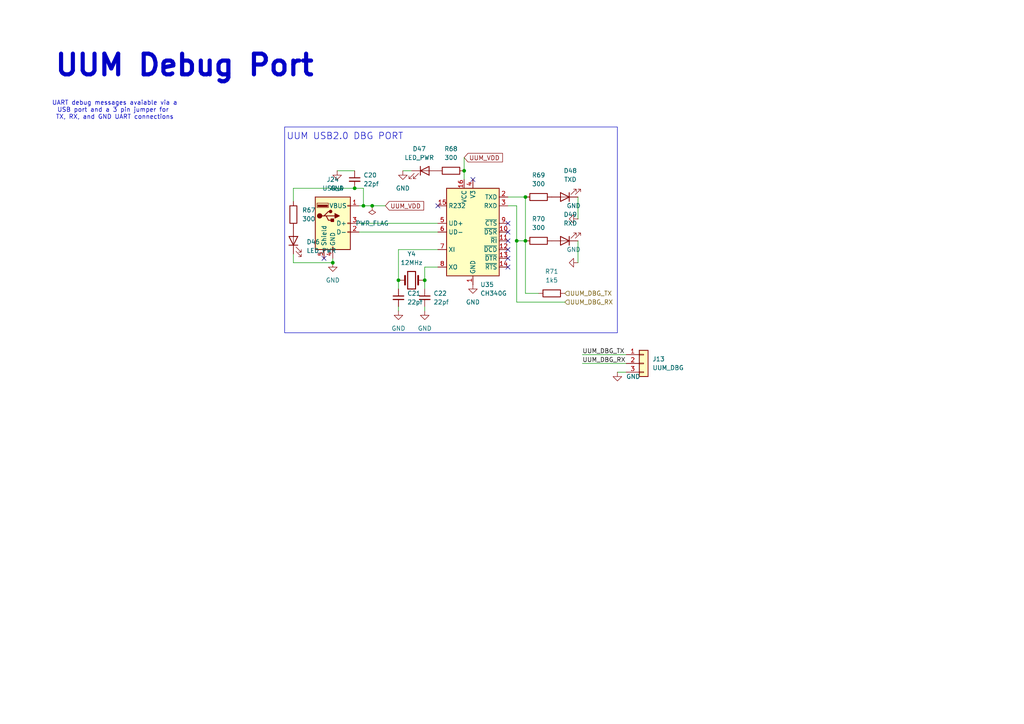
<source format=kicad_sch>
(kicad_sch (version 20250114) (generator "eeschema") (generator_version "9.0")
  (paper "A4")
  (title_block (date "2025-06") (rev "2"))
  (lib_symbols
    (symbol "Connector:USB_A" (pin_names (offset 1.016))
      (property "Reference" "J" (at -5.08 11.43 0))
      (property "Value" "USB_A" (at -5.08 8.89 0))
      (symbol "USB_A_0_1"
        (rectangle (start -5.08 -7.62) (end 5.08 7.62) (stroke (width 0.254)) (fill (type background)))
        (circle (center -3.81 2.159) (radius 0.635) (stroke (width 0.254)) (fill (type outline)))
        (polyline (pts (xy -3.175 2.159) (xy -2.54 2.159) (xy -1.27 3.429) (xy -0.635 3.429)) (stroke (width 0.254)))
        (polyline (pts (xy -2.54 2.159) (xy -1.905 2.159) (xy -1.27 0.889) (xy 0 0.889)) (stroke (width 0.254)))
        (rectangle (start -1.524 4.826) (end -4.318 5.334) (fill (type outline)))
        (rectangle (start -1.27 4.572) (end -4.572 5.842))
        (circle (center -0.635 3.429) (radius 0.381) (stroke (width 0.254)) (fill (type outline)))
        (rectangle (start -0.127 -7.62) (end 0.127 -6.858))
        (rectangle (start 0.254 1.27) (end -0.508 0.508) (stroke (width 0.254)) (fill (type outline)))
        (polyline (pts (xy 0.635 2.794) (xy 0.635 1.524) (xy 1.905 2.159) (xy 0.635 2.794)) (stroke (width 0.254)) (fill (type outline)))
        (rectangle (start 5.08 4.953) (end 4.318 5.207))
        (rectangle (start 5.08 -0.127) (end 4.318 0.127))
        (rectangle (start 5.08 -2.667) (end 4.318 -2.413))
      )
      (symbol "USB_A_1_1"
        (polyline (pts (xy -1.905 2.159) (xy 0.635 2.159)) (stroke (width 0.254)))
        (pin passive line (at -2.54 -10.16 90) (length 2.54) (name "Shield") (number "5"))
        (pin power_in line (at 0 -10.16 90) (length 2.54) (name "GND") (number "4"))
        (pin power_in line (at 7.62 5.08 180) (length 2.54) (name "VBUS") (number "1"))
        (pin bidirectional line (at 7.62 0 180) (length 2.54) (name "D+") (number "3"))
        (pin bidirectional line (at 7.62 -2.54 180) (length 2.54) (name "D-") (number "2"))
      )
    )
    (symbol "Connector_Generic:Conn_01x03" (pin_names (offset 1.016) (hide yes))
      (property "Reference" "J" (at 0 5.08 0))
      (property "Value" "Conn_01x03" (at 0 -5.08 0))
      (symbol "Conn_01x03_1_1"
        (rectangle (start -1.27 3.81) (end 1.27 -3.81) (stroke (width 0.254)) (fill (type background)))
        (rectangle (start -1.27 2.667) (end 0 2.413) (stroke (width 0.1524)))
        (rectangle (start -1.27 0.127) (end 0 -0.127) (stroke (width 0.1524)))
        (rectangle (start -1.27 -2.413) (end 0 -2.667) (stroke (width 0.1524)))
        (pin passive line (at -5.08 2.54 0) (length 3.81) (name "Pin_1") (number "1"))
        (pin passive line (at -5.08 0 0) (length 3.81) (name "Pin_2") (number "2"))
        (pin passive line (at -5.08 -2.54 0) (length 3.81) (name "Pin_3") (number "3"))
      )
    )
    (symbol "Device:C_Small" (pin_numbers (hide yes)) (pin_names (offset 0.254) (hide yes))
      (property "Reference" "C" (at 0.254 1.778 0))
      (property "Value" "C_Small" (at 0.254 -2.032 0))
      (symbol "C_Small_0_1"
        (polyline (pts (xy -1.524 0.508) (xy 1.524 0.508)) (stroke (width 0.3048)))
        (polyline (pts (xy -1.524 -0.508) (xy 1.524 -0.508)) (stroke (width 0.3302)))
      )
      (symbol "C_Small_1_1"
        (pin passive line (at 0 2.54 270) (length 2.032) (name "~") (number "1"))
        (pin passive line (at 0 -2.54 90) (length 2.032) (name "~") (number "2"))
      )
    )
    (symbol "Device:Crystal" (pin_numbers (hide yes)) (pin_names (offset 1.016) (hide yes))
      (property "Reference" "Y" (at 0 3.81 0))
      (property "Value" "Crystal" (at 0 -3.81 0))
      (symbol "Crystal_0_1"
        (polyline (pts (xy -2.54 0) (xy -1.905 0)))
        (polyline (pts (xy -1.905 -1.27) (xy -1.905 1.27)) (stroke (width 0.508)))
        (rectangle (start -1.143 2.54) (end 1.143 -2.54) (stroke (width 0.3048)))
        (polyline (pts (xy 1.905 -1.27) (xy 1.905 1.27)) (stroke (width 0.508)))
        (polyline (pts (xy 2.54 0) (xy 1.905 0)))
      )
      (symbol "Crystal_1_1"
        (pin passive line (at -3.81 0 0) (length 1.27) (name "1") (number "1"))
        (pin passive line (at 3.81 0 180) (length 1.27) (name "2") (number "2"))
      )
    )
    (symbol "Device:LED" (pin_numbers (hide yes)) (pin_names (offset 1.016) (hide yes))
      (property "Reference" "D" (at 0 2.54 0))
      (property "Value" "LED" (at 0 -2.54 0))
      (symbol "LED_0_1"
        (polyline (pts (xy -3.048 -0.762) (xy -4.572 -2.286) (xy -3.81 -2.286) (xy -4.572 -2.286) (xy -4.572 -1.524)))
        (polyline (pts (xy -1.778 -0.762) (xy -3.302 -2.286) (xy -2.54 -2.286) (xy -3.302 -2.286) (xy -3.302 -1.524)))
        (polyline (pts (xy -1.27 0) (xy 1.27 0)))
        (polyline (pts (xy -1.27 -1.27) (xy -1.27 1.27)) (stroke (width 0.254)))
        (polyline (pts (xy 1.27 -1.27) (xy 1.27 1.27) (xy -1.27 0) (xy 1.27 -1.27)) (stroke (width 0.254)))
      )
      (symbol "LED_1_1"
        (pin passive line (at -3.81 0 0) (length 2.54) (name "K") (number "1"))
        (pin passive line (at 3.81 0 180) (length 2.54) (name "A") (number "2"))
      )
    )
    (symbol "Device:R" (pin_numbers (hide yes)) (pin_names (offset 0))
      (property "Reference" "R" (at 2.032 0 90))
      (property "Value" "R" (at 0 0 90))
      (symbol "R_0_1"
        (rectangle (start -1.016 -2.54) (end 1.016 2.54) (stroke (width 0.254)))
      )
      (symbol "R_1_1"
        (pin passive line (at 0 3.81 270) (length 1.27) (name "~") (number "1"))
        (pin passive line (at 0 -3.81 90) (length 1.27) (name "~") (number "2"))
      )
    )
    (symbol "Interface_USB:CH340G"
      (property "Reference" "U" (at -5.08 13.97 0))
      (property "Value" "CH340G" (at 1.27 13.97 0))
      (symbol "CH340G_0_1"
        (rectangle (start -7.62 12.7) (end 7.62 -12.7) (stroke (width 0.254)) (fill (type background)))
      )
      (symbol "CH340G_1_1"
        (pin input line (at -10.16 7.62 0) (length 2.54) (name "R232") (number "15"))
        (pin bidirectional line (at -10.16 2.54 0) (length 2.54) (name "UD+") (number "5"))
        (pin bidirectional line (at -10.16 0 0) (length 2.54) (name "UD-") (number "6"))
        (pin input line (at -10.16 -5.08 0) (length 2.54) (name "XI") (number "7"))
        (pin output line (at -10.16 -10.16 0) (length 2.54) (name "XO") (number "8"))
        (pin power_in line (at -2.54 15.24 270) (length 2.54) (name "VCC") (number "16"))
        (pin power_out line (at 0 15.24 270) (length 2.54) (name "V3") (number "4"))
        (pin power_in line (at 0 -15.24 90) (length 2.54) (name "GND") (number "1"))
        (pin output line (at 10.16 10.16 180) (length 2.54) (name "TXD") (number "2"))
        (pin input line (at 10.16 7.62 180) (length 2.54) (name "RXD") (number "3"))
        (pin input line (at 10.16 2.54 180) (length 2.54) (name "~{CTS}") (number "9"))
        (pin input line (at 10.16 0 180) (length 2.54) (name "~{DSR}") (number "10"))
        (pin input line (at 10.16 -2.54 180) (length 2.54) (name "~{RI}") (number "11"))
        (pin input line (at 10.16 -5.08 180) (length 2.54) (name "~{DCD}") (number "12"))
        (pin output line (at 10.16 -7.62 180) (length 2.54) (name "~{DTR}") (number "13"))
        (pin output line (at 10.16 -10.16 180) (length 2.54) (name "~{RTS}") (number "14"))
      )
    )
    (symbol "power:GND" (power) (pin_numbers (hide yes)) (pin_names (offset 0) (hide yes))
      (property "Value" "GND" (at 0 -3.81 0))
      (symbol "GND_0_1"
        (polyline (pts (xy 0 0) (xy 0 -1.27) (xy 1.27 -1.27) (xy 0 -2.54) (xy -1.27 -1.27) (xy 0 -1.27)))
      )
      (symbol "GND_1_1"
        (pin power_in line (at 0 0 270) (length 0) (name "~") (number "1"))
      )
    )
    (symbol "power:PWR_FLAG" (power) (pin_numbers (hide yes)) (pin_names (offset 0) (hide yes))
      (property "Value" "PWR_FLAG" (at 0 3.81 0))
      (symbol "PWR_FLAG_0_0"
        (pin power_out line (at 0 0 90) (length 0) (name "~") (number "1"))
      )
      (symbol "PWR_FLAG_0_1"
        (polyline (pts (xy 0 0) (xy 0 1.27) (xy -1.016 1.905) (xy 0 2.54) (xy 1.016 1.905) (xy 0 1.27)))
      )
    )
  )
  (rectangle (start 82.55 36.83) (end 179.07 96.52))
  (text "UUM Debug Port" (at 15.494 22.606 0) (effects (font (size 5.9944 5.9944) (thickness 1.1989) (bold yes)) (justify left bottom)))
  (text "UART debug messages avaiable via a\nUSB port and a 3 pin jumper for \nTX, RX, and GND UART connections" (at 33.274 32.004 0) (effects (font (size 1.27 1.27))))
  (text "UUM USB2.0 DBG PORT" (at 100.076 39.624 0) (effects (font (size 1.905 1.905))))
  (junction (at 96.52 76.2))
  (junction (at 152.4 69.85))
  (junction (at 134.62 49.53))
  (junction (at 105.41 59.69))
  (junction (at 115.57 81.28))
  (junction (at 123.19 81.28))
  (junction (at 107.95 59.69))
  (junction (at 149.86 69.85))
  (junction (at 102.87 54.61))
  (junction (at 152.4 57.15))
  (no_connect (at 137.16 52.07))
  (no_connect (at 147.32 69.85))
  (no_connect (at 147.32 67.31))
  (no_connect (at 147.32 74.93))
  (no_connect (at 147.32 64.77))
  (no_connect (at 147.32 77.47))
  (no_connect (at 147.32 72.39))
  (no_connect (at 93.98 74.93))
  (no_connect (at 127 59.69))
  (wire (pts (xy 152.4 69.85) (xy 152.4 85.09)))
  (wire (pts (xy 115.57 88.9) (xy 115.57 90.17)))
  (wire (pts (xy 96.52 76.2) (xy 96.52 74.93)))
  (wire (pts (xy 168.91 105.41) (xy 181.61 105.41)))
  (wire (pts (xy 97.79 49.53) (xy 102.87 49.53)))
  (wire (pts (xy 123.19 77.47) (xy 123.19 81.28)))
  (wire (pts (xy 102.87 54.61) (xy 85.09 54.61)))
  (wire (pts (xy 147.32 57.15) (xy 152.4 57.15)))
  (wire (pts (xy 105.41 54.61) (xy 105.41 59.69)))
  (wire (pts (xy 149.86 87.63) (xy 163.83 87.63)))
  (wire (pts (xy 167.64 57.15) (xy 167.64 63.5)))
  (wire (pts (xy 134.62 45.72) (xy 134.62 49.53)))
  (wire (pts (xy 123.19 88.9) (xy 123.19 90.17)))
  (wire (pts (xy 152.4 85.09) (xy 156.21 85.09)))
  (wire (pts (xy 123.19 81.28) (xy 123.19 83.82)))
  (wire (pts (xy 115.57 72.39) (xy 127 72.39)))
  (wire (pts (xy 85.09 76.2) (xy 85.09 73.66)))
  (wire (pts (xy 149.86 59.69) (xy 149.86 69.85)))
  (wire (pts (xy 168.91 102.87) (xy 181.61 102.87)))
  (wire (pts (xy 96.52 76.2) (xy 85.09 76.2)))
  (wire (pts (xy 179.07 107.95) (xy 181.61 107.95)))
  (wire (pts (xy 115.57 72.39) (xy 115.57 81.28)))
  (wire (pts (xy 149.86 69.85) (xy 149.86 87.63)))
  (wire (pts (xy 85.09 54.61) (xy 85.09 58.42)))
  (wire (pts (xy 152.4 57.15) (xy 152.4 69.85)))
  (wire (pts (xy 105.41 59.69) (xy 107.95 59.69)))
  (wire (pts (xy 115.57 81.28) (xy 115.57 83.82)))
  (wire (pts (xy 105.41 59.69) (xy 104.14 59.69)))
  (wire (pts (xy 167.64 69.85) (xy 167.64 76.2)))
  (wire (pts (xy 149.86 69.85) (xy 152.4 69.85)))
  (wire (pts (xy 147.32 59.69) (xy 149.86 59.69)))
  (wire (pts (xy 123.19 77.47) (xy 127 77.47)))
  (wire (pts (xy 134.62 49.53) (xy 134.62 52.07)))
  (wire (pts (xy 116.84 49.53) (xy 119.38 49.53)))
  (wire (pts (xy 107.95 59.69) (xy 111.76 59.69)))
  (wire (pts (xy 104.14 64.77) (xy 127 64.77)))
  (wire (pts (xy 104.14 67.31) (xy 127 67.31)))
  (wire (pts (xy 105.41 54.61) (xy 102.87 54.61)))
  (label "UUM_DBG_TX" (at 168.91 102.87 0))
  (label "UUM_DBG_RX" (at 168.91 105.41 0))
  (global_label "UUM_VDD" (shape input) (at 134.62 45.72 0) (property "Intersheetrefs" "${INTERSHEET_REFS}" (effects (hide yes))))
  (global_label "UUM_VDD" (shape input) (at 111.76 59.69 0) (property "Intersheetrefs" "${INTERSHEET_REFS}" (effects (hide yes))))
  (hierarchical_label "UUM_DBG_TX" (shape input) (at 163.83 85.09 0))
  (hierarchical_label "UUM_DBG_RX" (shape input) (at 163.83 87.63 0))
  (symbol (lib_id "Device:C_Small") (at 115.57 86.36 0) (unit 1)
    (property "Reference" "C21" (at 118.11 85.0962 0) (effects (justify left)))
    (property "Value" "22pf" (at 118.11 87.6362 0) (effects (justify left)))
    (property "Footprint" "Capacitor_SMD:C_0805_2012Metric" (effects (hide yes)))
    (property "Description" "Unpolarized capacitor, small symbol" (effects (hide yes)))
  )
  (symbol (lib_id "Connector:USB_A") (at 96.52 64.77 0) (unit 1)
    (property "Reference" "J24" (at 96.52 52.07 0))
    (property "Value" "USB_A" (at 96.52 54.61 0))
    (property "Footprint" "Connector_USB:USB_A_CNCTech_1001-011-01101_Horizontal" (effects (hide yes)))
    (property "Description" "USB Type A connector" (effects (hide yes)))
  )
  (symbol (lib_id "Device:LED") (at 163.83 69.85 180) (unit 1)
    (property "Reference" "D49" (at 165.4175 62.23 0))
    (property "Value" "RXD" (at 165.4175 64.77 0))
    (property "Footprint" "LED_SMD:LED_0603_1608Metric" (effects (hide yes)))
    (property "Description" "Light emitting diode" (effects (hide yes)))
    (property "Sim.Pins" "1=K 2=A" (effects (hide yes)))
  )
  (symbol (lib_id "power:GND") (at 97.79 49.53 0) (unit 1)
    (property "Reference" "#PWR0104" (effects (hide yes)))
    (property "Value" "GND" (at 97.79 54.61 0))
    (property "Description" "Power symbol creates a global label with name \"GND\" , ground" (effects (hide yes)))
  )
  (symbol (lib_id "Device:R") (at 156.21 57.15 90) (unit 1)
    (property "Reference" "R69" (at 156.21 50.8 90))
    (property "Value" "300" (at 156.21 53.34 90))
    (property "Footprint" "Resistor_SMD:R_0805_2012Metric_Pad1.20x1.40mm_HandSolder" (effects (hide yes)))
    (property "Description" "Resistor" (effects (hide yes)))
    (property "DigiKey_Part_Number" "311-10.0KCRCT-ND" (effects (hide yes)))
    (property "Price" "0.0129" (effects (hide yes)))
  )
  (symbol (lib_id "Device:LED") (at 123.19 49.53 0) (unit 1)
    (property "Reference" "D47" (at 121.6025 43.18 0))
    (property "Value" "LED_PWR" (at 121.6025 45.72 0))
    (property "Footprint" "LED_SMD:LED_0603_1608Metric" (effects (hide yes)))
    (property "Description" "Light emitting diode" (effects (hide yes)))
    (property "Sim.Pins" "1=K 2=A" (effects (hide yes)))
  )
  (symbol (lib_id "Device:C_Small") (at 102.87 52.07 0) (unit 1)
    (property "Reference" "C20" (at 105.41 50.8062 0) (effects (justify left)))
    (property "Value" "22pf" (at 105.41 53.3462 0) (effects (justify left)))
    (property "Footprint" "Capacitor_SMD:C_0805_2012Metric" (effects (hide yes)))
    (property "Description" "Unpolarized capacitor, small symbol" (effects (hide yes)))
  )
  (symbol (lib_id "Interface_USB:CH340G") (at 137.16 67.31 0) (unit 1)
    (property "Reference" "U35" (at 139.3033 82.55 0) (effects (justify left)))
    (property "Value" "CH340G" (at 139.3033 85.09 0) (effects (justify left)))
    (property "Footprint" "Package_SO:SOIC-16_3.9x9.9mm_P1.27mm" (effects (hide yes)))
    (property "Datasheet" "http://www.datasheet5.com/pdf-local-2195953" (effects (hide yes)))
    (property "Description" "USB serial converter, UART, SOIC-16" (effects (hide yes)))
  )
  (symbol (lib_id "Device:R") (at 160.02 85.09 90) (unit 1)
    (property "Reference" "R71" (at 160.02 78.74 90))
    (property "Value" "1k5" (at 160.02 81.28 90))
    (property "Footprint" "Resistor_SMD:R_0805_2012Metric_Pad1.20x1.40mm_HandSolder" (effects (hide yes)))
    (property "Description" "Resistor" (effects (hide yes)))
    (property "DigiKey_Part_Number" "311-10.0KCRCT-ND" (effects (hide yes)))
    (property "Price" "0.0129" (effects (hide yes)))
  )
  (symbol (lib_id "power:GND") (at 179.07 107.95 0) (unit 1)
    (property "Reference" "#PWR071" (effects (hide yes)))
    (property "Value" "GND" (at 181.61 109.2199 0) (effects (justify left)))
    (property "Description" "Power symbol creates a global label with name \"GND\" , ground" (effects (hide yes)))
  )
  (symbol (lib_id "power:GND") (at 123.19 90.17 0) (mirror y) (unit 1)
    (property "Reference" "#PWR0165" (effects (hide yes)))
    (property "Value" "GND" (at 123.19 95.25 0))
    (property "Description" "Power symbol creates a global label with name \"GND\" , ground" (effects (hide yes)))
  )
  (symbol (lib_id "Connector_Generic:Conn_01x03") (at 186.69 105.41 0) (unit 1)
    (property "Reference" "J13" (at 189.23 104.1399 0) (effects (justify left)))
    (property "Value" "UUM_DBG" (at 189.23 106.6799 0) (effects (justify left)))
    (property "Footprint" "Connector_PinHeader_1.00mm:PinHeader_1x03_P1.00mm_Horizontal" (effects (hide yes)))
    (property "Description" "Generic connector, single row, 01x03, script generated (kicad-library-utils/schlib/autogen/connector/)" (effects (hide yes)))
  )
  (symbol (lib_id "Device:LED") (at 85.09 69.85 90) (unit 1)
    (property "Reference" "D46" (at 88.9 70.1674 90) (effects (justify right)))
    (property "Value" "LED_PWR" (at 88.9 72.7074 90) (effects (justify right)))
    (property "Footprint" "LED_SMD:LED_0603_1608Metric" (effects (hide yes)))
    (property "Description" "Light emitting diode" (effects (hide yes)))
    (property "Sim.Pins" "1=K 2=A" (effects (hide yes)))
  )
  (symbol (lib_id "power:GND") (at 115.57 90.17 0) (mirror y) (unit 1)
    (property "Reference" "#PWR0163" (effects (hide yes)))
    (property "Value" "GND" (at 115.57 95.25 0))
    (property "Description" "Power symbol creates a global label with name \"GND\" , ground" (effects (hide yes)))
  )
  (symbol (lib_id "power:PWR_FLAG") (at 107.95 59.69 180) (unit 1)
    (property "Reference" "#FLG06" (effects (hide yes)))
    (property "Value" "PWR_FLAG" (at 107.95 64.77 0))
    (property "Description" "Special symbol for telling ERC where power comes from" (effects (hide yes)))
  )
  (symbol (lib_id "power:GND") (at 116.84 49.53 0) (mirror y) (unit 1)
    (property "Reference" "#PWR0164" (effects (hide yes)))
    (property "Value" "GND" (at 116.84 54.61 0))
    (property "Description" "Power symbol creates a global label with name \"GND\" , ground" (effects (hide yes)))
  )
  (symbol (lib_id "power:GND") (at 137.16 82.55 0) (mirror y) (unit 1)
    (property "Reference" "#PWR0166" (effects (hide yes)))
    (property "Value" "GND" (at 137.16 87.63 0))
    (property "Description" "Power symbol creates a global label with name \"GND\" , ground" (effects (hide yes)))
  )
  (symbol (lib_id "Device:C_Small") (at 123.19 86.36 0) (unit 1)
    (property "Reference" "C22" (at 125.73 85.0962 0) (effects (justify left)))
    (property "Value" "22pf" (at 125.73 87.6362 0) (effects (justify left)))
    (property "Footprint" "Capacitor_SMD:C_0805_2012Metric" (effects (hide yes)))
    (property "Description" "Unpolarized capacitor, small symbol" (effects (hide yes)))
  )
  (symbol (lib_id "Device:R") (at 156.21 69.85 90) (unit 1)
    (property "Reference" "R70" (at 156.21 63.5 90))
    (property "Value" "300" (at 156.21 66.04 90))
    (property "Footprint" "Resistor_SMD:R_0805_2012Metric_Pad1.20x1.40mm_HandSolder" (effects (hide yes)))
    (property "Description" "Resistor" (effects (hide yes)))
    (property "DigiKey_Part_Number" "311-10.0KCRCT-ND" (effects (hide yes)))
    (property "Price" "0.0129" (effects (hide yes)))
  )
  (symbol (lib_id "Device:LED") (at 163.83 57.15 180) (unit 1)
    (property "Reference" "D48" (at 165.4175 49.53 0))
    (property "Value" "TXD" (at 165.4175 52.07 0))
    (property "Footprint" "LED_SMD:LED_0603_1608Metric" (effects (hide yes)))
    (property "Description" "Light emitting diode" (effects (hide yes)))
    (property "Sim.Pins" "1=K 2=A" (effects (hide yes)))
  )
  (symbol (lib_id "Device:Crystal") (at 119.38 81.28 0) (unit 1)
    (property "Reference" "Y4" (at 119.38 73.66 0))
    (property "Value" "12MHz" (at 119.38 76.2 0))
    (property "Footprint" "Crystal:Crystal_C26-LF_D2.1mm_L6.5mm_Horizontal" (effects (hide yes)))
    (property "Description" "Two pin crystal" (effects (hide yes)))
  )
  (symbol (lib_id "power:GND") (at 167.64 63.5 270) (mirror x) (unit 1)
    (property "Reference" "#PWR0167" (effects (hide yes)))
    (property "Value" "GND" (at 166.37 59.69 90))
    (property "Description" "Power symbol creates a global label with name \"GND\" , ground" (effects (hide yes)))
  )
  (symbol (lib_id "Device:R") (at 85.09 62.23 180) (unit 1)
    (property "Reference" "R67" (at 87.63 60.9599 0) (effects (justify right)))
    (property "Value" "300" (at 87.63 63.4999 0) (effects (justify right)))
    (property "Footprint" "Resistor_SMD:R_0805_2012Metric_Pad1.20x1.40mm_HandSolder" (effects (hide yes)))
    (property "Description" "Resistor" (effects (hide yes)))
    (property "DigiKey_Part_Number" "311-10.0KCRCT-ND" (effects (hide yes)))
    (property "Price" "0.0129" (effects (hide yes)))
  )
  (symbol (lib_id "power:GND") (at 96.52 76.2 0) (unit 1)
    (property "Reference" "#PWR0162" (effects (hide yes)))
    (property "Value" "GND" (at 96.52 81.28 0))
    (property "Description" "Power symbol creates a global label with name \"GND\" , ground" (effects (hide yes)))
  )
  (symbol (lib_id "Device:R") (at 130.81 49.53 90) (unit 1)
    (property "Reference" "R68" (at 130.81 43.18 90))
    (property "Value" "300" (at 130.81 45.72 90))
    (property "Footprint" "Resistor_SMD:R_0805_2012Metric_Pad1.20x1.40mm_HandSolder" (effects (hide yes)))
    (property "Description" "Resistor" (effects (hide yes)))
    (property "DigiKey_Part_Number" "311-10.0KCRCT-ND" (effects (hide yes)))
    (property "Price" "0.0129" (effects (hide yes)))
  )
  (symbol (lib_id "power:GND") (at 167.64 76.2 270) (mirror x) (unit 1)
    (property "Reference" "#PWR0168" (effects (hide yes)))
    (property "Value" "GND" (at 166.37 72.39 90))
    (property "Description" "Power symbol creates a global label with name \"GND\" , ground" (effects (hide yes)))
  )
)
</source>
